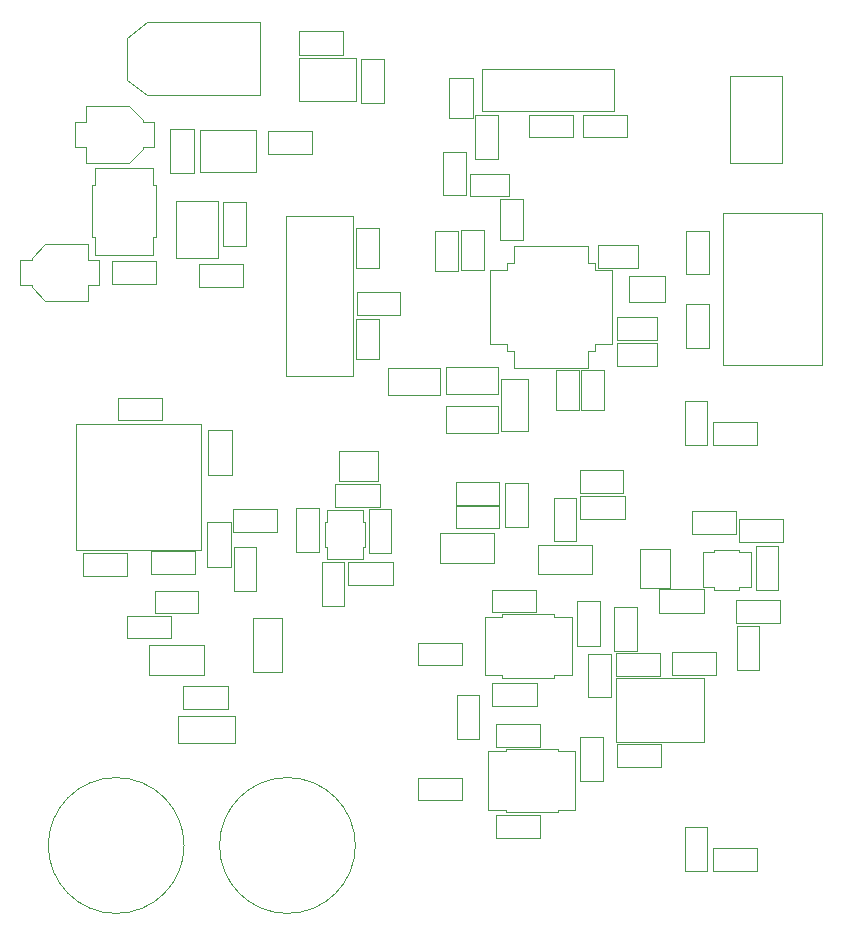
<source format=gbr>
%TF.GenerationSoftware,KiCad,Pcbnew,9.0.2*%
%TF.CreationDate,2025-11-12T20:00:32+01:00*%
%TF.ProjectId,precise_ammeter,70726563-6973-4655-9f61-6d6d65746572,rev?*%
%TF.SameCoordinates,Original*%
%TF.FileFunction,Other,User*%
%FSLAX46Y46*%
G04 Gerber Fmt 4.6, Leading zero omitted, Abs format (unit mm)*
G04 Created by KiCad (PCBNEW 9.0.2) date 2025-11-12 20:00:32*
%MOMM*%
%LPD*%
G01*
G04 APERTURE LIST*
%ADD10C,0.050000*%
G04 APERTURE END LIST*
%TO.C,Y1*%
D10*
X204050000Y-67032500D02*
X198350000Y-67032500D01*
X198350000Y-80532500D01*
X204050000Y-80532500D01*
X204050000Y-67032500D01*
%TO.C,R5*%
X211687500Y-61550000D02*
X213587500Y-61550000D01*
X211687500Y-65250000D02*
X211687500Y-61550000D01*
X213587500Y-61550000D02*
X213587500Y-65250000D01*
X213587500Y-65250000D02*
X211687500Y-65250000D01*
%TO.C,C20*%
X216132500Y-117720000D02*
X219892500Y-117720000D01*
X216132500Y-119680000D02*
X216132500Y-117720000D01*
X219892500Y-117720000D02*
X219892500Y-119680000D01*
X219892500Y-119680000D02*
X216132500Y-119680000D01*
%TO.C,C8*%
X191810000Y-85150000D02*
X193770000Y-85150000D01*
X191810000Y-88910000D02*
X191810000Y-85150000D01*
X193770000Y-85150000D02*
X193770000Y-88910000D01*
X193770000Y-88910000D02*
X191810000Y-88910000D01*
%TO.C,C36*%
X221220000Y-80000000D02*
X223180000Y-80000000D01*
X221220000Y-83400000D02*
X221220000Y-80000000D01*
X223180000Y-80000000D02*
X223180000Y-83400000D01*
X223180000Y-83400000D02*
X221220000Y-83400000D01*
%TO.C,JP1*%
X186800000Y-103350000D02*
X186800000Y-105850000D01*
X186800000Y-103350000D02*
X191400000Y-103350000D01*
X191400000Y-105850000D02*
X186800000Y-105850000D01*
X191400000Y-105850000D02*
X191400000Y-103350000D01*
%TO.C,D5*%
X207000000Y-79850000D02*
X211400000Y-79850000D01*
X207000000Y-82150000D02*
X207000000Y-79850000D01*
X211400000Y-82150000D02*
X207000000Y-82150000D01*
X211400000Y-82150000D02*
X211400000Y-79850000D01*
%TO.C,R3*%
X223250000Y-88550000D02*
X226950000Y-88550000D01*
X223250000Y-90450000D02*
X223250000Y-88550000D01*
X226950000Y-88550000D02*
X226950000Y-90450000D01*
X226950000Y-90450000D02*
X223250000Y-90450000D01*
%TO.C,C24*%
X180487500Y-59050000D02*
X181437500Y-59050000D01*
X180487500Y-61150000D02*
X180487500Y-59050000D01*
X181437500Y-59050000D02*
X181437500Y-57700000D01*
X181437500Y-61150000D02*
X180487500Y-61150000D01*
X181437500Y-62500000D02*
X181437500Y-61150000D01*
X185087500Y-57700000D02*
X181437500Y-57700000D01*
X185087500Y-62500000D02*
X181437500Y-62500000D01*
X186237500Y-58850000D02*
X185087500Y-57700000D01*
X186237500Y-59050000D02*
X186237500Y-58850000D01*
X186237500Y-61150000D02*
X187187500Y-61150000D01*
X186237500Y-61350000D02*
X185087500Y-62500000D01*
X186237500Y-61350000D02*
X186237500Y-61150000D01*
X187187500Y-59050000D02*
X186237500Y-59050000D01*
X187187500Y-61150000D02*
X187187500Y-59050000D01*
%TO.C,R7*%
X184950000Y-100850000D02*
X188650000Y-100850000D01*
X184950000Y-102750000D02*
X184950000Y-100850000D01*
X188650000Y-100850000D02*
X188650000Y-102750000D01*
X188650000Y-102750000D02*
X184950000Y-102750000D01*
%TO.C,R24*%
X215825000Y-98650000D02*
X219525000Y-98650000D01*
X215825000Y-100550000D02*
X215825000Y-98650000D01*
X219525000Y-98650000D02*
X219525000Y-100550000D01*
X219525000Y-100550000D02*
X215825000Y-100550000D01*
%TO.C,R_SENSE1*%
X189200000Y-109370000D02*
X194100000Y-109370000D01*
X189200000Y-111630000D02*
X189200000Y-109370000D01*
X194100000Y-109370000D02*
X194100000Y-111630000D01*
X194100000Y-111630000D02*
X189200000Y-111630000D01*
%TO.C,C25*%
X196857500Y-59820000D02*
X200617500Y-59820000D01*
X196857500Y-61780000D02*
X196857500Y-59820000D01*
X200617500Y-59820000D02*
X200617500Y-61780000D01*
X200617500Y-61780000D02*
X196857500Y-61780000D01*
%TO.C,C26*%
X188595000Y-59620000D02*
X190555000Y-59620000D01*
X188595000Y-63380000D02*
X188595000Y-59620000D01*
X190555000Y-59620000D02*
X190555000Y-63380000D01*
X190555000Y-63380000D02*
X188595000Y-63380000D01*
%TO.C,U2*%
X201656250Y-92917500D02*
X201856250Y-92917500D01*
X201656250Y-95017500D02*
X201656250Y-92917500D01*
X201856250Y-91917500D02*
X204856250Y-91917500D01*
X201856250Y-92917500D02*
X201856250Y-91917500D01*
X201856250Y-95017500D02*
X201656250Y-95017500D01*
X201856250Y-96017500D02*
X201856250Y-95017500D01*
X204856250Y-91917500D02*
X204856250Y-92917500D01*
X204856250Y-92917500D02*
X205056250Y-92917500D01*
X204856250Y-95017500D02*
X204856250Y-96017500D01*
X204856250Y-96017500D02*
X201856250Y-96017500D01*
X205056250Y-92917500D02*
X205056250Y-95017500D01*
X205056250Y-95017500D02*
X204856250Y-95017500D01*
%TO.C,JP2*%
X195550000Y-105600000D02*
X195550000Y-101000000D01*
X195550000Y-105600000D02*
X198050000Y-105600000D01*
X198050000Y-101000000D02*
X195550000Y-101000000D01*
X198050000Y-101000000D02*
X198050000Y-105600000D01*
%TO.C,C30*%
X210957500Y-68250000D02*
X212917500Y-68250000D01*
X210957500Y-71650000D02*
X210957500Y-68250000D01*
X212917500Y-68250000D02*
X212917500Y-71650000D01*
X212917500Y-71650000D02*
X210957500Y-71650000D01*
%TO.C,R12*%
X205406250Y-91817500D02*
X207306250Y-91817500D01*
X205406250Y-95517500D02*
X205406250Y-91817500D01*
X207306250Y-91817500D02*
X207306250Y-95517500D01*
X207306250Y-95517500D02*
X205406250Y-95517500D01*
%TO.C,D1*%
X234525000Y-120550000D02*
X238225000Y-120550000D01*
X234525000Y-122450000D02*
X234525000Y-120550000D01*
X238225000Y-120550000D02*
X238225000Y-122450000D01*
X238225000Y-122450000D02*
X234525000Y-122450000D01*
%TO.C,R31*%
X223550000Y-58450000D02*
X227250000Y-58450000D01*
X223550000Y-60350000D02*
X223550000Y-58450000D01*
X227250000Y-58450000D02*
X227250000Y-60350000D01*
X227250000Y-60350000D02*
X223550000Y-60350000D01*
%TO.C,C7*%
X181172500Y-95550000D02*
X184932500Y-95550000D01*
X181172500Y-97510000D02*
X181172500Y-95550000D01*
X184932500Y-95550000D02*
X184932500Y-97510000D01*
X184932500Y-97510000D02*
X181172500Y-97510000D01*
%TO.C,JP3*%
X219700000Y-94850000D02*
X219700000Y-97350000D01*
X219700000Y-94850000D02*
X224300000Y-94850000D01*
X224300000Y-97350000D02*
X219700000Y-97350000D01*
X224300000Y-97350000D02*
X224300000Y-94850000D01*
%TO.C,C13*%
X236720000Y-92620000D02*
X240480000Y-92620000D01*
X236720000Y-94580000D02*
X236720000Y-92620000D01*
X240480000Y-92620000D02*
X240480000Y-94580000D01*
X240480000Y-94580000D02*
X236720000Y-94580000D01*
%TO.C,C38*%
X213157500Y-68200000D02*
X215117500Y-68200000D01*
X213157500Y-71600000D02*
X213157500Y-68200000D01*
X215117500Y-68200000D02*
X215117500Y-71600000D01*
X215117500Y-71600000D02*
X213157500Y-71600000D01*
%TO.C,C37*%
X226400000Y-75520000D02*
X229800000Y-75520000D01*
X226400000Y-77480000D02*
X226400000Y-75520000D01*
X229800000Y-75520000D02*
X229800000Y-77480000D01*
X229800000Y-77480000D02*
X226400000Y-77480000D01*
%TO.C,C14*%
X236482500Y-99520000D02*
X240242500Y-99520000D01*
X236482500Y-101480000D02*
X236482500Y-99520000D01*
X240242500Y-99520000D02*
X240242500Y-101480000D01*
X240242500Y-101480000D02*
X236482500Y-101480000D01*
%TO.C,C27*%
X175887500Y-70750000D02*
X175887500Y-72850000D01*
X175887500Y-72850000D02*
X176837500Y-72850000D01*
X176837500Y-70550000D02*
X176837500Y-70750000D01*
X176837500Y-70550000D02*
X177987500Y-69400000D01*
X176837500Y-70750000D02*
X175887500Y-70750000D01*
X176837500Y-72850000D02*
X176837500Y-73050000D01*
X176837500Y-73050000D02*
X177987500Y-74200000D01*
X177987500Y-69400000D02*
X181637500Y-69400000D01*
X177987500Y-74200000D02*
X181637500Y-74200000D01*
X181637500Y-69400000D02*
X181637500Y-70750000D01*
X181637500Y-70750000D02*
X182587500Y-70750000D01*
X181637500Y-72850000D02*
X181637500Y-74200000D01*
X182587500Y-70750000D02*
X182587500Y-72850000D01*
X182587500Y-72850000D02*
X181637500Y-72850000D01*
%TO.C,C32*%
X226400000Y-77720000D02*
X229800000Y-77720000D01*
X226400000Y-79680000D02*
X226400000Y-77720000D01*
X229800000Y-77720000D02*
X229800000Y-79680000D01*
X229800000Y-79680000D02*
X226400000Y-79680000D01*
%TO.C,C19*%
X223270000Y-111120000D02*
X225230000Y-111120000D01*
X223270000Y-114880000D02*
X223270000Y-111120000D01*
X225230000Y-111120000D02*
X225230000Y-114880000D01*
X225230000Y-114880000D02*
X223270000Y-114880000D01*
%TO.C,R19*%
X209550000Y-103140000D02*
X213250000Y-103140000D01*
X209550000Y-105040000D02*
X209550000Y-103140000D01*
X213250000Y-103140000D02*
X213250000Y-105040000D01*
X213250000Y-105040000D02*
X209550000Y-105040000D01*
%TO.C,C28*%
X183620000Y-70820000D02*
X187380000Y-70820000D01*
X183620000Y-72780000D02*
X183620000Y-70820000D01*
X187380000Y-70820000D02*
X187380000Y-72780000D01*
X187380000Y-72780000D02*
X183620000Y-72780000D01*
%TO.C,C5*%
X204745000Y-53670000D02*
X206705000Y-53670000D01*
X204745000Y-57430000D02*
X204745000Y-53670000D01*
X206705000Y-53670000D02*
X206705000Y-57430000D01*
X206705000Y-57430000D02*
X204745000Y-57430000D01*
%TO.C,R21*%
X226175000Y-100145000D02*
X228075000Y-100145000D01*
X226175000Y-103845000D02*
X226175000Y-100145000D01*
X228075000Y-100145000D02*
X228075000Y-103845000D01*
X228075000Y-103845000D02*
X226175000Y-103845000D01*
%TO.C,D4*%
X211900000Y-83050000D02*
X216300000Y-83050000D01*
X211900000Y-85350000D02*
X211900000Y-83050000D01*
X216300000Y-85350000D02*
X211900000Y-85350000D01*
X216300000Y-85350000D02*
X216300000Y-83050000D01*
%TO.C,C11*%
X202538750Y-89687500D02*
X206298750Y-89687500D01*
X202538750Y-91647500D02*
X202538750Y-89687500D01*
X206298750Y-89687500D02*
X206298750Y-91647500D01*
X206298750Y-91647500D02*
X202538750Y-91647500D01*
%TO.C,R29*%
X232250000Y-74450000D02*
X234150000Y-74450000D01*
X232250000Y-78150000D02*
X232250000Y-74450000D01*
X234150000Y-74450000D02*
X234150000Y-78150000D01*
X234150000Y-78150000D02*
X232250000Y-78150000D01*
%TO.C,R30*%
X218950000Y-58450000D02*
X222650000Y-58450000D01*
X218950000Y-60350000D02*
X218950000Y-58450000D01*
X222650000Y-58450000D02*
X222650000Y-60350000D01*
X222650000Y-60350000D02*
X218950000Y-60350000D01*
%TO.C,C10*%
X203638750Y-96287500D02*
X207398750Y-96287500D01*
X203638750Y-98247500D02*
X203638750Y-96287500D01*
X207398750Y-96287500D02*
X207398750Y-98247500D01*
X207398750Y-98247500D02*
X203638750Y-98247500D01*
%TO.C,C2*%
X189695000Y-106820000D02*
X193455000Y-106820000D01*
X189695000Y-108780000D02*
X189695000Y-106820000D01*
X193455000Y-106820000D02*
X193455000Y-108780000D01*
X193455000Y-108780000D02*
X189695000Y-108780000D01*
%TO.C,C6*%
X191720000Y-92920000D02*
X193680000Y-92920000D01*
X191720000Y-96680000D02*
X191720000Y-92920000D01*
X193680000Y-92920000D02*
X193680000Y-96680000D01*
X193680000Y-96680000D02*
X191720000Y-96680000D01*
%TO.C,R22*%
X212850000Y-107550000D02*
X214750000Y-107550000D01*
X212850000Y-111250000D02*
X212850000Y-107550000D01*
X214750000Y-107550000D02*
X214750000Y-111250000D01*
X214750000Y-111250000D02*
X212850000Y-111250000D01*
%TO.C,C16*%
X231047500Y-103910000D02*
X234807500Y-103910000D01*
X231047500Y-105870000D02*
X231047500Y-103910000D01*
X234807500Y-103910000D02*
X234807500Y-105870000D01*
X234807500Y-105870000D02*
X231047500Y-105870000D01*
%TO.C,R10*%
X193950000Y-95050000D02*
X195850000Y-95050000D01*
X193950000Y-98750000D02*
X193950000Y-95050000D01*
X195850000Y-95050000D02*
X195850000Y-98750000D01*
X195850000Y-98750000D02*
X193950000Y-98750000D01*
%TO.C,U9*%
X181937500Y-64400000D02*
X182177500Y-64400000D01*
X181937500Y-68800000D02*
X181937500Y-64400000D01*
X182177500Y-62900000D02*
X187097500Y-62900000D01*
X182177500Y-64400000D02*
X182177500Y-62900000D01*
X182177500Y-68800000D02*
X181937500Y-68800000D01*
X182177500Y-70300000D02*
X182177500Y-68800000D01*
X187097500Y-62900000D02*
X187097500Y-64400000D01*
X187097500Y-64400000D02*
X187337500Y-64400000D01*
X187097500Y-68800000D02*
X187097500Y-70300000D01*
X187097500Y-70300000D02*
X182177500Y-70300000D01*
X187337500Y-64400000D02*
X187337500Y-68800000D01*
X187337500Y-68800000D02*
X187097500Y-68800000D01*
%TO.C,D6*%
X216550000Y-80800000D02*
X218850000Y-80800000D01*
X216550000Y-85200000D02*
X216550000Y-80800000D01*
X216550000Y-85200000D02*
X218850000Y-85200000D01*
X218850000Y-80800000D02*
X218850000Y-85200000D01*
%TO.C,J2*%
X204250000Y-120300000D02*
G75*
G02*
X192750000Y-120300000I-5750000J0D01*
G01*
X192750000Y-120300000D02*
G75*
G02*
X204250000Y-120300000I5750000J0D01*
G01*
%TO.C,C15*%
X226407500Y-111715000D02*
X230167500Y-111715000D01*
X226407500Y-113675000D02*
X226407500Y-111715000D01*
X230167500Y-111715000D02*
X230167500Y-113675000D01*
X230167500Y-113675000D02*
X226407500Y-113675000D01*
%TO.C,C12*%
X229982500Y-98620000D02*
X233742500Y-98620000D01*
X229982500Y-100580000D02*
X229982500Y-98620000D01*
X233742500Y-98620000D02*
X233742500Y-100580000D01*
X233742500Y-100580000D02*
X229982500Y-100580000D01*
%TO.C,R20*%
X223975000Y-104045000D02*
X225875000Y-104045000D01*
X223975000Y-107745000D02*
X223975000Y-104045000D01*
X225875000Y-104045000D02*
X225875000Y-107745000D01*
X225875000Y-107745000D02*
X223975000Y-107745000D01*
%TO.C,R4*%
X212750000Y-91550000D02*
X216450000Y-91550000D01*
X212750000Y-93450000D02*
X212750000Y-91550000D01*
X216450000Y-91550000D02*
X216450000Y-93450000D01*
X216450000Y-93450000D02*
X212750000Y-93450000D01*
%TO.C,C18*%
X215857500Y-106520000D02*
X219617500Y-106520000D01*
X215857500Y-108480000D02*
X215857500Y-106520000D01*
X219617500Y-106520000D02*
X219617500Y-108480000D01*
X219617500Y-108480000D02*
X215857500Y-108480000D01*
%TO.C,R8*%
X184140000Y-82380000D02*
X187840000Y-82380000D01*
X184140000Y-84280000D02*
X184140000Y-82380000D01*
X187840000Y-82380000D02*
X187840000Y-84280000D01*
X187840000Y-84280000D02*
X184140000Y-84280000D01*
%TO.C,C29*%
X204320000Y-68032500D02*
X206280000Y-68032500D01*
X204320000Y-71432500D02*
X204320000Y-68032500D01*
X206280000Y-68032500D02*
X206280000Y-71432500D01*
X206280000Y-71432500D02*
X204320000Y-71432500D01*
%TO.C,JP4*%
X211400000Y-93850000D02*
X211400000Y-96350000D01*
X211400000Y-93850000D02*
X216000000Y-93850000D01*
X216000000Y-96350000D02*
X211400000Y-96350000D01*
X216000000Y-96350000D02*
X216000000Y-93850000D01*
%TO.C,R16*%
X212750000Y-89550000D02*
X216450000Y-89550000D01*
X212750000Y-91450000D02*
X212750000Y-89550000D01*
X216450000Y-89550000D02*
X216450000Y-91450000D01*
X216450000Y-91450000D02*
X212750000Y-91450000D01*
%TO.C,D3*%
X213920000Y-63450000D02*
X217280000Y-63450000D01*
X213920000Y-65350000D02*
X213920000Y-63450000D01*
X217280000Y-63450000D02*
X217280000Y-65350000D01*
X217280000Y-65350000D02*
X213920000Y-65350000D01*
%TO.C,U4*%
X226350000Y-106097500D02*
X226350000Y-111502500D01*
X226350000Y-106097500D02*
X233760000Y-106097500D01*
X226350000Y-111502500D02*
X233760000Y-111502500D01*
X233760000Y-106097500D02*
X233760000Y-111502500D01*
%TO.C,C34*%
X224800000Y-69430000D02*
X228200000Y-69430000D01*
X224800000Y-71390000D02*
X224800000Y-69430000D01*
X228200000Y-69430000D02*
X228200000Y-71390000D01*
X228200000Y-71390000D02*
X224800000Y-71390000D01*
%TO.C,C35*%
X223320000Y-80000000D02*
X225280000Y-80000000D01*
X223320000Y-83400000D02*
X223320000Y-80000000D01*
X225280000Y-80000000D02*
X225280000Y-83400000D01*
X225280000Y-83400000D02*
X223320000Y-83400000D01*
%TO.C,R15*%
X232750000Y-92000000D02*
X236450000Y-92000000D01*
X232750000Y-93900000D02*
X232750000Y-92000000D01*
X236450000Y-92000000D02*
X236450000Y-93900000D01*
X236450000Y-93900000D02*
X232750000Y-93900000D01*
%TO.C,D7*%
X211900000Y-79750000D02*
X216300000Y-79750000D01*
X211900000Y-82050000D02*
X211900000Y-79750000D01*
X216300000Y-82050000D02*
X211900000Y-82050000D01*
X216300000Y-82050000D02*
X216300000Y-79750000D01*
%TO.C,R23*%
X216200000Y-110050000D02*
X219900000Y-110050000D01*
X216200000Y-111950000D02*
X216200000Y-110050000D01*
X219900000Y-110050000D02*
X219900000Y-111950000D01*
X219900000Y-111950000D02*
X216200000Y-111950000D01*
%TO.C,R1*%
X214387500Y-58490000D02*
X216287500Y-58490000D01*
X214387500Y-62190000D02*
X214387500Y-58490000D01*
X216287500Y-58490000D02*
X216287500Y-62190000D01*
X216287500Y-62190000D02*
X214387500Y-62190000D01*
%TO.C,C9*%
X199226250Y-91687500D02*
X201186250Y-91687500D01*
X199226250Y-95447500D02*
X199226250Y-91687500D01*
X201186250Y-91687500D02*
X201186250Y-95447500D01*
X201186250Y-95447500D02*
X199226250Y-95447500D01*
%TO.C,J6*%
X214960000Y-54550000D02*
X226160000Y-54550000D01*
X214960000Y-58100000D02*
X214960000Y-54550000D01*
X226160000Y-54550000D02*
X226160000Y-58100000D01*
X226160000Y-58100000D02*
X214960000Y-58100000D01*
%TO.C,J3*%
X235337500Y-66760000D02*
X243767500Y-66760000D01*
X235337500Y-79660000D02*
X235337500Y-66760000D01*
X243767500Y-66760000D02*
X243767500Y-79660000D01*
X243767500Y-79660000D02*
X235337500Y-79660000D01*
%TO.C,C33*%
X216520000Y-65600000D02*
X218480000Y-65600000D01*
X216520000Y-69000000D02*
X216520000Y-65600000D01*
X218480000Y-65600000D02*
X218480000Y-69000000D01*
X218480000Y-69000000D02*
X216520000Y-69000000D01*
%TO.C,U1*%
X180630000Y-84600000D02*
X191150000Y-84600000D01*
X191150000Y-95260000D01*
X180630000Y-95260000D01*
X180630000Y-84600000D01*
%TO.C,U11*%
X215650000Y-71560000D02*
X217050000Y-71560000D01*
X215650000Y-77860000D02*
X215650000Y-71560000D01*
X217050000Y-70960000D02*
X217650000Y-70960000D01*
X217050000Y-71560000D02*
X217050000Y-70960000D01*
X217050000Y-77860000D02*
X215650000Y-77860000D01*
X217050000Y-78460000D02*
X217050000Y-77860000D01*
X217650000Y-69560000D02*
X223950000Y-69560000D01*
X217650000Y-70960000D02*
X217650000Y-69560000D01*
X217650000Y-78460000D02*
X217050000Y-78460000D01*
X217650000Y-79860000D02*
X217650000Y-78460000D01*
X223950000Y-69560000D02*
X223950000Y-70960000D01*
X223950000Y-70960000D02*
X224550000Y-70960000D01*
X223950000Y-78460000D02*
X223950000Y-79860000D01*
X223950000Y-79860000D02*
X217650000Y-79860000D01*
X224550000Y-70960000D02*
X224550000Y-71560000D01*
X224550000Y-71560000D02*
X225950000Y-71560000D01*
X224550000Y-77860000D02*
X224550000Y-78460000D01*
X224550000Y-78460000D02*
X223950000Y-78460000D01*
X225950000Y-71560000D02*
X225950000Y-77860000D01*
X225950000Y-77860000D02*
X224550000Y-77860000D01*
%TO.C,J5*%
X184937500Y-51900000D02*
X184937500Y-55500000D01*
X184937500Y-51900000D02*
X186637500Y-50600000D01*
X184937500Y-55500000D02*
X186637500Y-56800000D01*
X186637500Y-50600000D02*
X196137500Y-50600000D01*
X186637500Y-56800000D02*
X196137500Y-56800000D01*
X196137500Y-50600000D02*
X196137500Y-56800000D01*
%TO.C,C1*%
X199445000Y-51370000D02*
X203205000Y-51370000D01*
X199445000Y-53330000D02*
X199445000Y-51370000D01*
X203205000Y-51370000D02*
X203205000Y-53330000D01*
X203205000Y-53330000D02*
X199445000Y-53330000D01*
%TO.C,C31*%
X204320000Y-75682500D02*
X206280000Y-75682500D01*
X204320000Y-79082500D02*
X204320000Y-75682500D01*
X206280000Y-75682500D02*
X206280000Y-79082500D01*
X206280000Y-79082500D02*
X204320000Y-79082500D01*
%TO.C,U7*%
X199507500Y-53650000D02*
X199507500Y-57250000D01*
X199507500Y-53650000D02*
X204267500Y-53650000D01*
X204267500Y-57250000D02*
X199507500Y-57250000D01*
X204267500Y-57250000D02*
X204267500Y-53650000D01*
%TO.C,R27*%
X232150000Y-118725000D02*
X234050000Y-118725000D01*
X232150000Y-122425000D02*
X232150000Y-118725000D01*
X234050000Y-118725000D02*
X234050000Y-122425000D01*
X234050000Y-122425000D02*
X232150000Y-122425000D01*
%TO.C,U10*%
X191120000Y-59700000D02*
X191120000Y-63300000D01*
X191120000Y-59700000D02*
X195880000Y-59700000D01*
X195880000Y-63300000D02*
X191120000Y-63300000D01*
X195880000Y-63300000D02*
X195880000Y-59700000D01*
%TO.C,R2*%
X221050000Y-90850000D02*
X222950000Y-90850000D01*
X221050000Y-94550000D02*
X221050000Y-90850000D01*
X222950000Y-90850000D02*
X222950000Y-94550000D01*
X222950000Y-94550000D02*
X221050000Y-94550000D01*
%TO.C,U5*%
X215475000Y-112340000D02*
X216975000Y-112340000D01*
X215475000Y-117260000D02*
X215475000Y-112340000D01*
X216975000Y-112100000D02*
X221375000Y-112100000D01*
X216975000Y-112340000D02*
X216975000Y-112100000D01*
X216975000Y-117260000D02*
X215475000Y-117260000D01*
X216975000Y-117500000D02*
X216975000Y-117260000D01*
X221375000Y-112100000D02*
X221375000Y-112340000D01*
X221375000Y-112340000D02*
X222875000Y-112340000D01*
X221375000Y-117260000D02*
X221375000Y-117500000D01*
X221375000Y-117500000D02*
X216975000Y-117500000D01*
X222875000Y-112340000D02*
X222875000Y-117260000D01*
X222875000Y-117260000D02*
X221375000Y-117260000D01*
%TO.C,C40*%
X212220000Y-55300000D02*
X214180000Y-55300000D01*
X212220000Y-58700000D02*
X212220000Y-55300000D01*
X214180000Y-55300000D02*
X214180000Y-58700000D01*
X214180000Y-58700000D02*
X212220000Y-58700000D01*
%TO.C,R9*%
X186940000Y-95380000D02*
X190640000Y-95380000D01*
X186940000Y-97280000D02*
X186940000Y-95380000D01*
X190640000Y-95380000D02*
X190640000Y-97280000D01*
X190640000Y-97280000D02*
X186940000Y-97280000D01*
%TO.C,R26*%
X232150000Y-82650000D02*
X234050000Y-82650000D01*
X232150000Y-86350000D02*
X232150000Y-82650000D01*
X234050000Y-82650000D02*
X234050000Y-86350000D01*
X234050000Y-86350000D02*
X232150000Y-86350000D01*
%TO.C,JP5*%
X202856250Y-86917500D02*
X202856250Y-89417500D01*
X202856250Y-86917500D02*
X206156250Y-86917500D01*
X206156250Y-89417500D02*
X202856250Y-89417500D01*
X206156250Y-89417500D02*
X206156250Y-86917500D01*
%TO.C,U6*%
X215200000Y-100940000D02*
X216700000Y-100940000D01*
X215200000Y-105860000D02*
X215200000Y-100940000D01*
X216700000Y-100700000D02*
X221100000Y-100700000D01*
X216700000Y-100940000D02*
X216700000Y-100700000D01*
X216700000Y-105860000D02*
X215200000Y-105860000D01*
X216700000Y-106100000D02*
X216700000Y-105860000D01*
X221100000Y-100700000D02*
X221100000Y-100940000D01*
X221100000Y-100940000D02*
X222600000Y-100940000D01*
X221100000Y-105860000D02*
X221100000Y-106100000D01*
X221100000Y-106100000D02*
X216700000Y-106100000D01*
X222600000Y-100940000D02*
X222600000Y-105860000D01*
X222600000Y-105860000D02*
X221100000Y-105860000D01*
%TO.C,C4*%
X216920000Y-89582500D02*
X218880000Y-89582500D01*
X216920000Y-93342500D02*
X216920000Y-89582500D01*
X218880000Y-89582500D02*
X218880000Y-93342500D01*
X218880000Y-93342500D02*
X216920000Y-93342500D01*
%TO.C,U8*%
X189050000Y-70530000D02*
X189050000Y-65770000D01*
X189050000Y-70530000D02*
X192650000Y-70530000D01*
X192650000Y-65770000D02*
X189050000Y-65770000D01*
X192650000Y-65770000D02*
X192650000Y-70530000D01*
%TO.C,C21*%
X222995000Y-99620000D02*
X224955000Y-99620000D01*
X222995000Y-103380000D02*
X222995000Y-99620000D01*
X224955000Y-99620000D02*
X224955000Y-103380000D01*
X224955000Y-103380000D02*
X222995000Y-103380000D01*
%TO.C,JP6*%
X228375000Y-98500000D02*
X228375000Y-95200000D01*
X228375000Y-98500000D02*
X230875000Y-98500000D01*
X230875000Y-95200000D02*
X228375000Y-95200000D01*
X230875000Y-95200000D02*
X230875000Y-98500000D01*
%TO.C,J1*%
X189750000Y-120300000D02*
G75*
G02*
X178250000Y-120300000I-5750000J0D01*
G01*
X178250000Y-120300000D02*
G75*
G02*
X189750000Y-120300000I5750000J0D01*
G01*
%TO.C,R18*%
X209550000Y-114550000D02*
X213250000Y-114550000D01*
X209550000Y-116450000D02*
X209550000Y-114550000D01*
X213250000Y-114550000D02*
X213250000Y-116450000D01*
X213250000Y-116450000D02*
X209550000Y-116450000D01*
%TO.C,R14*%
X238150000Y-94950000D02*
X240050000Y-94950000D01*
X238150000Y-98650000D02*
X238150000Y-94950000D01*
X240050000Y-94950000D02*
X240050000Y-98650000D01*
X240050000Y-98650000D02*
X238150000Y-98650000D01*
%TO.C,C3*%
X223282500Y-90720000D02*
X227042500Y-90720000D01*
X223282500Y-92680000D02*
X223282500Y-90720000D01*
X227042500Y-90720000D02*
X227042500Y-92680000D01*
X227042500Y-92680000D02*
X223282500Y-92680000D01*
%TO.C,R11*%
X193906250Y-91817500D02*
X197606250Y-91817500D01*
X193906250Y-93717500D02*
X193906250Y-91817500D01*
X197606250Y-91817500D02*
X197606250Y-93717500D01*
X197606250Y-93717500D02*
X193906250Y-93717500D01*
%TO.C,R17*%
X236550000Y-101700000D02*
X238450000Y-101700000D01*
X236550000Y-105400000D02*
X236550000Y-101700000D01*
X238450000Y-101700000D02*
X238450000Y-105400000D01*
X238450000Y-105400000D02*
X236550000Y-105400000D01*
%TO.C,J4*%
X235960000Y-55150000D02*
X235960000Y-62510000D01*
X235960000Y-62510000D02*
X240370000Y-62510000D01*
X240370000Y-55150000D02*
X235960000Y-55150000D01*
X240370000Y-62510000D02*
X240370000Y-55150000D01*
%TO.C,R13*%
X201406250Y-96317500D02*
X203306250Y-96317500D01*
X201406250Y-100017500D02*
X201406250Y-96317500D01*
X203306250Y-96317500D02*
X203306250Y-100017500D01*
X203306250Y-100017500D02*
X201406250Y-100017500D01*
%TO.C,R6*%
X187250000Y-98750000D02*
X190950000Y-98750000D01*
X187250000Y-100650000D02*
X187250000Y-98750000D01*
X190950000Y-98750000D02*
X190950000Y-100650000D01*
X190950000Y-100650000D02*
X187250000Y-100650000D01*
%TO.C,R28*%
X232250000Y-68250000D02*
X234150000Y-68250000D01*
X232250000Y-71950000D02*
X232250000Y-68250000D01*
X234150000Y-68250000D02*
X234150000Y-71950000D01*
X234150000Y-71950000D02*
X232250000Y-71950000D01*
%TO.C,U3*%
X233650000Y-95450000D02*
X234650000Y-95450000D01*
X233650000Y-98450000D02*
X233650000Y-95450000D01*
X234650000Y-95250000D02*
X236750000Y-95250000D01*
X234650000Y-95450000D02*
X234650000Y-95250000D01*
X234650000Y-98450000D02*
X233650000Y-98450000D01*
X234650000Y-98650000D02*
X234650000Y-98450000D01*
X236750000Y-95250000D02*
X236750000Y-95450000D01*
X236750000Y-95450000D02*
X237750000Y-95450000D01*
X236750000Y-98450000D02*
X236750000Y-98650000D01*
X236750000Y-98650000D02*
X234650000Y-98650000D01*
X237750000Y-95450000D02*
X237750000Y-98450000D01*
X237750000Y-98450000D02*
X236750000Y-98450000D01*
%TO.C,D2*%
X234525000Y-84450000D02*
X238225000Y-84450000D01*
X234525000Y-86350000D02*
X234525000Y-84450000D01*
X238225000Y-84450000D02*
X238225000Y-86350000D01*
X238225000Y-86350000D02*
X234525000Y-86350000D01*
%TO.C,C23*%
X190982500Y-71070000D02*
X194742500Y-71070000D01*
X190982500Y-73030000D02*
X190982500Y-71070000D01*
X194742500Y-71070000D02*
X194742500Y-73030000D01*
X194742500Y-73030000D02*
X190982500Y-73030000D01*
%TO.C,R25*%
X204350000Y-73450000D02*
X208050000Y-73450000D01*
X204350000Y-75350000D02*
X204350000Y-73450000D01*
X208050000Y-73450000D02*
X208050000Y-75350000D01*
X208050000Y-75350000D02*
X204350000Y-75350000D01*
%TO.C,C22*%
X193020000Y-65780000D02*
X194980000Y-65780000D01*
X193020000Y-69540000D02*
X193020000Y-65780000D01*
X194980000Y-65780000D02*
X194980000Y-69540000D01*
X194980000Y-69540000D02*
X193020000Y-69540000D01*
%TO.C,C17*%
X226307500Y-104015000D02*
X230067500Y-104015000D01*
X226307500Y-105975000D02*
X226307500Y-104015000D01*
X230067500Y-104015000D02*
X230067500Y-105975000D01*
X230067500Y-105975000D02*
X226307500Y-105975000D01*
%TO.C,U12*%
X227450000Y-72110000D02*
X227450000Y-74310000D01*
X227450000Y-72110000D02*
X230450000Y-72110000D01*
X227450000Y-74310000D02*
X230450000Y-74310000D01*
X230450000Y-74310000D02*
X230450000Y-72110000D01*
%TD*%
M02*

</source>
